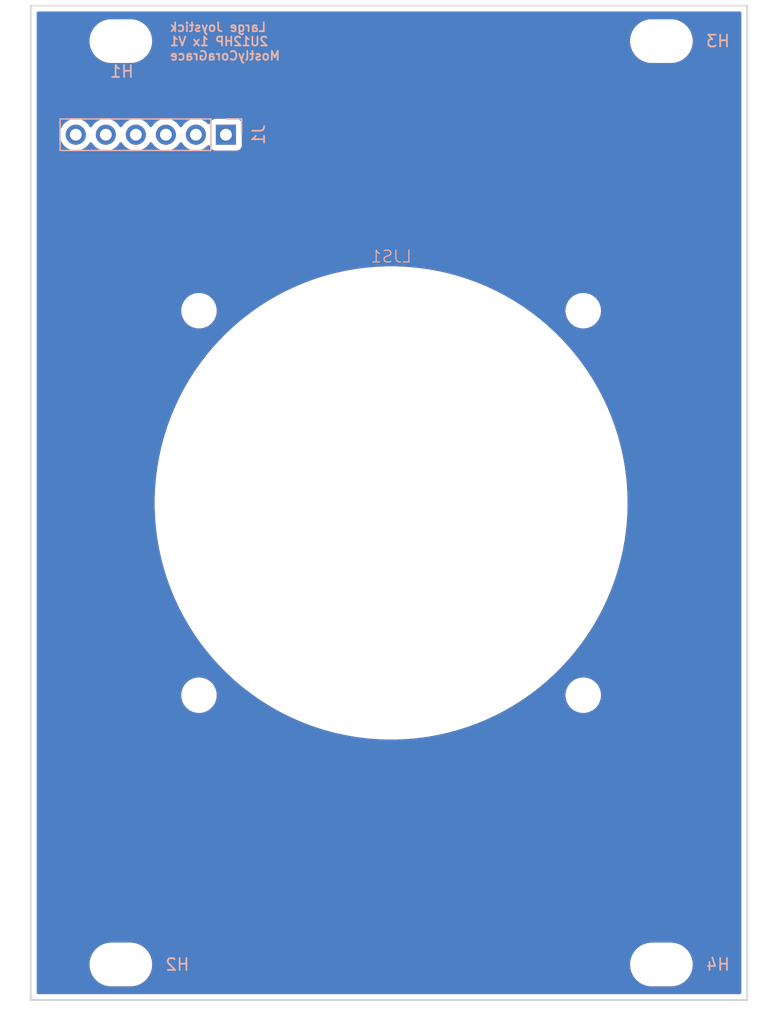
<source format=kicad_pcb>
(kicad_pcb (version 20240108) (generator "pcbnew") (generator_version "8.0")
  (layers (0 "F.Cu" signal) (31 "B.Cu" signal) (34 "B.Paste" user) (35 "F.Paste" user) (36 "B.SilkS" user "B.Silkscreen") (37 "F.SilkS" user "F.Silkscreen") (38 "B.Mask" user) (39 "F.Mask" user) (44 "Edge.Cuts" user))
  (net 0 "")
  (footprint "EXC:MountingHole_3.2mm_M3" (layer "B.Cu") (at 7.62 5.425 180)
    (property "Reference" "H1" (at 1.016 -2.576 0) (layer "B.SilkS") (effects (justify right mirror)))
    (property "Value" "Eurorack_M3_MountingHole")
    (pad "" np_thru_hole oval (at 0 0 180) (size 4.8 3.2) (drill oval 4.8 3.2) (layers "F&B.Cu" "*.Mask"))
  )
  (footprint "EXC:MountingHole_3.2mm_M3" (layer "B.Cu") (at 7.62 83.475 180)
    (property "Reference" "H2" (at -3.683 0 0) (layer "B.SilkS") (effects (justify right mirror)))
    (property "Value" "Eurorack_M3_MountingHole")
    (pad "" np_thru_hole oval (at 0 0 180) (size 4.8 3.2) (drill oval 4.8 3.2) (layers "F&B.Cu" "*.Mask"))
  )
  (footprint "EXC:MountingHole_3.2mm_M3" (layer "B.Cu") (at 53.34 5.425 180)
    (property "Reference" "H3" (at -3.683 0 0) (layer "B.SilkS") (effects (justify right mirror)))
    (property "Value" "Eurorack_M3_MountingHole")
    (pad "" np_thru_hole oval (at 0 0 180) (size 4.8 3.2) (drill oval 4.8 3.2) (layers "F&B.Cu" "*.Mask"))
  )
  (footprint "EXC:Analog_Joystick_M39_Panel_Mount" (layer "B.Cu") (at 30.48 44.4625 180)
    (property "Reference" "LJS1" (at 0 20.828 0) (layer "B.SilkS") (effects (font (thickness 0.1)) (justify mirror)))
    (property "Value" "Analog_Joystick_M39_Panel_Mount")
    (pad "" np_thru_hole circle (at -16.25 -16.25 180) (size 2.5 2.5) (drill 2.5) (layers "F&B.Cu" "*.Mask"))
    (pad "" np_thru_hole circle (at -16.25 16.25 180) (size 2.5 2.5) (drill 2.5) (layers "F&B.Cu" "*.Mask"))
    (pad "" np_thru_hole circle (at 0 0 180) (size 39.5 39.5) (drill 39.5) (layers "F&B.Cu" "*.Mask"))
    (pad "" np_thru_hole circle (at 16.25 -16.25 180) (size 2.5 2.5) (drill 2.5) (layers "F&B.Cu" "*.Mask"))
    (pad "" np_thru_hole circle (at 16.25 16.25 180) (size 2.5 2.5) (drill 2.5) (layers "F&B.Cu" "*.Mask"))
  )
  (footprint "Connector_PinSocket_2.54mm:PinSocket_1x06_P2.54mm_Vertical" (layer "B.Cu") (at 16.51 13.335 90)
    (property "Reference" "J1" (at 0 2.77 90) (layer "B.SilkS") (effects (justify mirror)))
    (property "Value" "Conn_01x06_Socket")
    (fp_line (start 1.33 -14.03) (end -1.33 -14.03) (stroke (width 0.12)) (layer "B.SilkS"))
    (fp_line (start 1.33 -14.03) (end 1.33 -1.27) (stroke (width 0.12)) (layer "B.SilkS"))
    (fp_line (start -1.33 -14.03) (end -1.33 -1.27) (stroke (width 0.12)) (layer "B.SilkS"))
    (fp_line (start 1.33 -1.27) (end -1.33 -1.27) (stroke (width 0.12)) (layer "B.SilkS"))
    (fp_line (start 1.33 0) (end 1.33 1.33) (stroke (width 0.12)) (layer "B.SilkS"))
    (fp_line (start 1.33 1.33) (end 0 1.33) (stroke (width 0.12)) (layer "B.SilkS"))
    (pad "1" thru_hole rect (at 0 0 90) (size 1.7 1.7) (drill 1) (layers "*.Cu" "*.Mask"))
    (pad "2" thru_hole oval (at 0 -2.54 90) (size 1.7 1.7) (drill 1) (layers "*.Cu" "*.Mask"))
    (pad "3" thru_hole oval (at 0 -5.08 90) (size 1.7 1.7) (drill 1) (layers "*.Cu" "*.Mask"))
    (pad "4" thru_hole oval (at 0 -7.62 90) (size 1.7 1.7) (drill 1) (layers "*.Cu" "*.Mask"))
    (pad "5" thru_hole oval (at 0 -10.16 90) (size 1.7 1.7) (drill 1) (layers "*.Cu" "*.Mask"))
    (pad "6" thru_hole oval (at 0 -12.7 90) (size 1.7 1.7) (drill 1) (layers "*.Cu" "*.Mask"))
  )
  (footprint "EXC:MountingHole_3.2mm_M3" (layer "B.Cu") (at 53.34 83.475 180)
    (property "Reference" "H4" (at -3.683 0 0) (layer "B.SilkS") (effects (justify right mirror)))
    (property "Value" "Eurorack_M3_MountingHole")
    (pad "" np_thru_hole oval (at 0 0 180) (size 4.8 3.2) (drill oval 4.8 3.2) (layers "F&B.Cu" "*.Mask"))
  )
  (gr_rect (start 0 2.425) (end 60.6 86.475) (stroke (width 0.15)) (fill none) (layer "Edge.Cuts"))
  (gr_text "Large Joystick\n2U12HP 1x V1\nMostlyCoraGrace" (at 11.684 3.81 0) (layer "B.SilkS") (effects (font (size 0.75 0.75) (thickness 0.15) (bold yes)) (justify right top mirror)))
  (zone (net 0) (net_name "") (layers "F&B.Cu") (connect_pads (clearance 0.5)) (min_thickness 0.25) (fill yes (thermal_gap 0.5) (thermal_bridge_width 0.5) (island_removal_mode 1) (island_area_min 10))
    (polygon (pts (xy 0 2.413) (xy 60.706 2.413) (xy 60.706 86.487) (xy 0 86.487)))
  )
)
</source>
